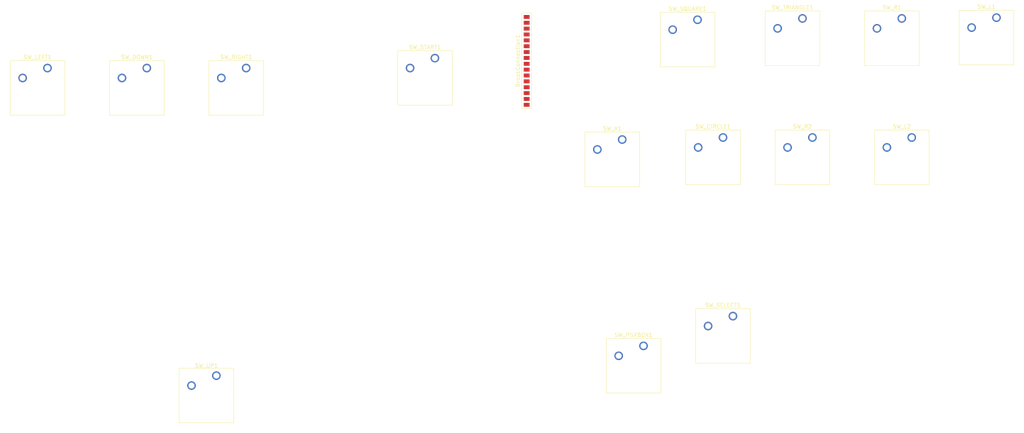
<source format=kicad_pcb>
(kicad_pcb (version 20221018) (generator pcbnew)
  (layers (0 "F.Cu" signal) (31 "B.Cu" signal) (34 "B.Paste" user) (35 "F.Paste" user) (36 "B.SilkS" user "B.Silkscreen") (37 "F.SilkS" user "F.Silkscreen") (38 "B.Mask" user) (39 "F.Mask" user) (44 "Edge.Cuts" user))
  (net 0 "")
  (net 1 "/DWN")
  (net 2 "/UP")
  (net 3 "/LFT")
  (net 4 "/RT")
  (net 5 "/PS")
  (net 6 "/SEL")
  (net 7 "/STA")
  (net 8 "/SQU")
  (net 9 "/TRI")
  (net 10 "/R1")
  (net 11 "/L1")
  (net 12 "/X")
  (net 13 "/CIR")
  (net 14 "/R2")
  (net 15 "/L2")
  (net 16 "GND")
  (footprint "Button_Switch_Keyboard:SW_Cherry_MX_1.00u_PCB" (layer "F.Cu") (at 226.06 33.02)
    (fp_text reference "SW_TRIANGLE1" (at -2.54 -2.794) (layer "F.SilkS"))
    (fp_text value "~")
    (fp_line (start -9.525 -1.905) (end 4.445 -1.905) (stroke (width 0.12)) (layer "F.SilkS"))
    (fp_line (start -9.525 12.065) (end -9.525 -1.905) (stroke (width 0.12)) (layer "F.SilkS"))
    (fp_line (start 4.445 -1.905) (end 4.445 12.065) (stroke (width 0.12)) (layer "F.SilkS"))
    (fp_line (start 4.445 12.065) (end -9.525 12.065) (stroke (width 0.12)) (layer "F.SilkS"))
    (pad "" np_thru_hole circle (at -7.62 5.08) (size 1.7 1.7) (drill 1.7) (layers "*.Cu" "*.Mask"))
    (pad "" np_thru_hole circle (at -2.54 5.08) (size 4 4) (drill 4) (layers "*.Cu" "*.Mask"))
    (pad "" np_thru_hole circle (at 2.54 5.08) (size 1.7 1.7) (drill 1.7) (layers "*.Cu" "*.Mask"))
    (pad "1" thru_hole circle (at 0 0) (size 2.2 2.2) (drill 1.5) (layers "*.Cu" "*.Mask") (net 9 "/TRI"))
    (pad "2" thru_hole circle (at -6.35 2.54) (size 2.2 2.2) (drill 1.5) (layers "*.Cu" "*.Mask") (net 16 "GND"))
  )
  (footprint "Button_Switch_Keyboard:SW_Cherry_MX_1.00u_PCB" (layer "F.Cu") (at 185.42 116.84)
    (fp_text reference "SW_PSXBOX1" (at -2.54 -2.794) (layer "F.SilkS"))
    (fp_text value "~")
    (fp_line (start -9.525 -1.905) (end 4.445 -1.905) (stroke (width 0.12)) (layer "F.SilkS"))
    (fp_line (start -9.525 12.065) (end -9.525 -1.905) (stroke (width 0.12)) (layer "F.SilkS"))
    (fp_line (start 4.445 -1.905) (end 4.445 12.065) (stroke (width 0.12)) (layer "F.SilkS"))
    (fp_line (start 4.445 12.065) (end -9.525 12.065) (stroke (width 0.12)) (layer "F.SilkS"))
    (pad "" np_thru_hole circle (at -7.62 5.08) (size 1.7 1.7) (drill 1.7) (layers "*.Cu" "*.Mask"))
    (pad "" np_thru_hole circle (at -2.54 5.08) (size 4 4) (drill 4) (layers "*.Cu" "*.Mask"))
    (pad "" np_thru_hole circle (at 2.54 5.08) (size 1.7 1.7) (drill 1.7) (layers "*.Cu" "*.Mask"))
    (pad "1" thru_hole circle (at 0 0) (size 2.2 2.2) (drill 1.5) (layers "*.Cu" "*.Mask") (net 5 "/PS"))
    (pad "2" thru_hole circle (at -6.35 2.54) (size 2.2 2.2) (drill 1.5) (layers "*.Cu" "*.Mask") (net 16 "GND"))
  )
  (footprint "Button_Switch_Keyboard:SW_Cherry_MX_1.00u_PCB" (layer "F.Cu") (at 208.28 109.22)
    (fp_text reference "SW_SELECT1" (at -2.54 -2.794) (layer "F.SilkS"))
    (fp_text value "~")
    (fp_line (start -9.525 -1.905) (end 4.445 -1.905) (stroke (width 0.12)) (layer "F.SilkS"))
    (fp_line (start -9.525 12.065) (end -9.525 -1.905) (stroke (width 0.12)) (layer "F.SilkS"))
    (fp_line (start 4.445 -1.905) (end 4.445 12.065) (stroke (width 0.12)) (layer "F.SilkS"))
    (fp_line (start 4.445 12.065) (end -9.525 12.065) (stroke (width 0.12)) (layer "F.SilkS"))
    (pad "" np_thru_hole circle (at -7.62 5.08) (size 1.7 1.7) (drill 1.7) (layers "*.Cu" "*.Mask"))
    (pad "" np_thru_hole circle (at -2.54 5.08) (size 4 4) (drill 4) (layers "*.Cu" "*.Mask"))
    (pad "" np_thru_hole circle (at 2.54 5.08) (size 1.7 1.7) (drill 1.7) (layers "*.Cu" "*.Mask"))
    (pad "1" thru_hole circle (at 0 0) (size 2.2 2.2) (drill 1.5) (layers "*.Cu" "*.Mask") (net 6 "/SEL"))
    (pad "2" thru_hole circle (at -6.35 2.54) (size 2.2 2.2) (drill 1.5) (layers "*.Cu" "*.Mask") (net 16 "GND"))
  )
  (footprint "Button_Switch_Keyboard:SW_Cherry_MX_1.00u_PCB" (layer "F.Cu") (at 199.224 33.359)
    (fp_text reference "SW_SQUARE1" (at -2.54 -2.794) (layer "F.SilkS"))
    (fp_text value "~")
    (fp_line (start -9.525 -1.905) (end 4.445 -1.905) (stroke (width 0.12)) (layer "F.SilkS"))
    (fp_line (start -9.525 12.065) (end -9.525 -1.905) (stroke (width 0.12)) (layer "F.SilkS"))
    (fp_line (start 4.445 -1.905) (end 4.445 12.065) (stroke (width 0.12)) (layer "F.SilkS"))
    (fp_line (start 4.445 12.065) (end -9.525 12.065) (stroke (width 0.12)) (layer "F.SilkS"))
    (pad "" np_thru_hole circle (at -7.62 5.08) (size 1.7 1.7) (drill 1.7) (layers "*.Cu" "*.Mask"))
    (pad "" np_thru_hole circle (at -2.54 5.08) (size 4 4) (drill 4) (layers "*.Cu" "*.Mask"))
    (pad "" np_thru_hole circle (at 2.54 5.08) (size 1.7 1.7) (drill 1.7) (layers "*.Cu" "*.Mask"))
    (pad "1" thru_hole circle (at 0 0) (size 2.2 2.2) (drill 1.5) (layers "*.Cu" "*.Mask") (net 8 "/SQU"))
    (pad "2" thru_hole circle (at -6.35 2.54) (size 2.2 2.2) (drill 1.5) (layers "*.Cu" "*.Mask") (net 16 "GND"))
  )
  (footprint "Button_Switch_Keyboard:SW_Cherry_MX_1.00u_PCB" (layer "F.Cu") (at 251.46 33.02)
    (fp_text reference "SW_R1" (at -2.54 -2.794) (layer "F.SilkS"))
    (fp_text value "~")
    (fp_line (start -9.525 -1.905) (end 4.445 -1.905) (stroke (width 0.12)) (layer "F.SilkS"))
    (fp_line (start -9.525 12.065) (end -9.525 -1.905) (stroke (width 0.12)) (layer "F.SilkS"))
    (fp_line (start 4.445 -1.905) (end 4.445 12.065) (stroke (width 0.12)) (layer "F.SilkS"))
    (fp_line (start 4.445 12.065) (end -9.525 12.065) (stroke (width 0.12)) (layer "F.SilkS"))
    (pad "" np_thru_hole circle (at -7.62 5.08) (size 1.7 1.7) (drill 1.7) (layers "*.Cu" "*.Mask"))
    (pad "" np_thru_hole circle (at -2.54 5.08) (size 4 4) (drill 4) (layers "*.Cu" "*.Mask"))
    (pad "" np_thru_hole circle (at 2.54 5.08) (size 1.7 1.7) (drill 1.7) (layers "*.Cu" "*.Mask"))
    (pad "1" thru_hole circle (at 0 0) (size 2.2 2.2) (drill 1.5) (layers "*.Cu" "*.Mask") (net 10 "/R1"))
    (pad "2" thru_hole circle (at -6.35 2.54) (size 2.2 2.2) (drill 1.5) (layers "*.Cu" "*.Mask") (net 16 "GND"))
  )
  (footprint "Button_Switch_Keyboard:SW_Cherry_MX_1.00u_PCB" (layer "F.Cu") (at 205.74 63.5)
    (fp_text reference "SW_CIRCLE1" (at -2.54 -2.794) (layer "F.SilkS"))
    (fp_text value "~")
    (fp_line (start -9.525 -1.905) (end 4.445 -1.905) (stroke (width 0.12)) (layer "F.SilkS"))
    (fp_line (start -9.525 12.065) (end -9.525 -1.905) (stroke (width 0.12)) (layer "F.SilkS"))
    (fp_line (start 4.445 -1.905) (end 4.445 12.065) (stroke (width 0.12)) (layer "F.SilkS"))
    (fp_line (start 4.445 12.065) (end -9.525 12.065) (stroke (width 0.12)) (layer "F.SilkS"))
    (pad "" np_thru_hole circle (at -7.62 5.08) (size 1.7 1.7) (drill 1.7) (layers "*.Cu" "*.Mask"))
    (pad "" np_thru_hole circle (at -2.54 5.08) (size 4 4) (drill 4) (layers "*.Cu" "*.Mask"))
    (pad "" np_thru_hole circle (at 2.54 5.08) (size 1.7 1.7) (drill 1.7) (layers "*.Cu" "*.Mask"))
    (pad "1" thru_hole circle (at 0 0) (size 2.2 2.2) (drill 1.5) (layers "*.Cu" "*.Mask") (net 13 "/CIR"))
    (pad "2" thru_hole circle (at -6.35 2.54) (size 2.2 2.2) (drill 1.5) (layers "*.Cu" "*.Mask") (net 16 "GND"))
  )
  (footprint "Button_Switch_Keyboard:SW_Cherry_MX_1.00u_PCB" (layer "F.Cu") (at 58.42 45.72)
    (fp_text reference "SW_DOWN1" (at -2.54 -2.794) (layer "F.SilkS"))
    (fp_text value "~")
    (fp_line (start -9.525 -1.905) (end 4.445 -1.905) (stroke (width 0.12)) (layer "F.SilkS"))
    (fp_line (start -9.525 12.065) (end -9.525 -1.905) (stroke (width 0.12)) (layer "F.SilkS"))
    (fp_line (start 4.445 -1.905) (end 4.445 12.065) (stroke (width 0.12)) (layer "F.SilkS"))
    (fp_line (start 4.445 12.065) (end -9.525 12.065) (stroke (width 0.12)) (layer "F.SilkS"))
    (pad "" np_thru_hole circle (at -7.62 5.08) (size 1.7 1.7) (drill 1.7) (layers "*.Cu" "*.Mask"))
    (pad "" np_thru_hole circle (at -2.54 5.08) (size 4 4) (drill 4) (layers "*.Cu" "*.Mask"))
    (pad "" np_thru_hole circle (at 2.54 5.08) (size 1.7 1.7) (drill 1.7) (layers "*.Cu" "*.Mask"))
    (pad "1" thru_hole circle (at 0 0) (size 2.2 2.2) (drill 1.5) (layers "*.Cu" "*.Mask") (net 1 "/DWN"))
    (pad "2" thru_hole circle (at -6.35 2.54) (size 2.2 2.2) (drill 1.5) (layers "*.Cu" "*.Mask") (net 16 "GND"))
  )
  (footprint "Button_Switch_Keyboard:SW_Cherry_MX_1.00u_PCB" (layer "F.Cu") (at 254 63.5)
    (fp_text reference "SW_L2" (at -2.54 -2.794) (layer "F.SilkS"))
    (fp_text value "~")
    (fp_line (start -9.525 -1.905) (end 4.445 -1.905) (stroke (width 0.12)) (layer "F.SilkS"))
    (fp_line (start -9.525 12.065) (end -9.525 -1.905) (stroke (width 0.12)) (layer "F.SilkS"))
    (fp_line (start 4.445 -1.905) (end 4.445 12.065) (stroke (width 0.12)) (layer "F.SilkS"))
    (fp_line (start 4.445 12.065) (end -9.525 12.065) (stroke (width 0.12)) (layer "F.SilkS"))
    (pad "" np_thru_hole circle (at -7.62 5.08) (size 1.7 1.7) (drill 1.7) (layers "*.Cu" "*.Mask"))
    (pad "" np_thru_hole circle (at -2.54 5.08) (size 4 4) (drill 4) (layers "*.Cu" "*.Mask"))
    (pad "" np_thru_hole circle (at 2.54 5.08) (size 1.7 1.7) (drill 1.7) (layers "*.Cu" "*.Mask"))
    (pad "1" thru_hole circle (at 0 0) (size 2.2 2.2) (drill 1.5) (layers "*.Cu" "*.Mask") (net 15 "/L2"))
    (pad "2" thru_hole circle (at -6.35 2.54) (size 2.2 2.2) (drill 1.5) (layers "*.Cu" "*.Mask") (net 16 "GND"))
  )
  (footprint "Button_Switch_Keyboard:SW_Cherry_MX_1.00u_PCB" (layer "F.Cu") (at 83.82 45.72)
    (fp_text reference "SW_RIGHT1" (at -2.54 -2.794) (layer "F.SilkS"))
    (fp_text value "~")
    (fp_line (start -9.525 -1.905) (end 4.445 -1.905) (stroke (width 0.12)) (layer "F.SilkS"))
    (fp_line (start -9.525 12.065) (end -9.525 -1.905) (stroke (width 0.12)) (layer "F.SilkS"))
    (fp_line (start 4.445 -1.905) (end 4.445 12.065) (stroke (width 0.12)) (layer "F.SilkS"))
    (fp_line (start 4.445 12.065) (end -9.525 12.065) (stroke (width 0.12)) (layer "F.SilkS"))
    (pad "" np_thru_hole circle (at -7.62 5.08) (size 1.7 1.7) (drill 1.7) (layers "*.Cu" "*.Mask"))
    (pad "" np_thru_hole circle (at -2.54 5.08) (size 4 4) (drill 4) (layers "*.Cu" "*.Mask"))
    (pad "" np_thru_hole circle (at 2.54 5.08) (size 1.7 1.7) (drill 1.7) (layers "*.Cu" "*.Mask"))
    (pad "1" thru_hole circle (at 0 0) (size 2.2 2.2) (drill 1.5) (layers "*.Cu" "*.Mask") (net 4 "/RT"))
    (pad "2" thru_hole circle (at -6.35 2.54) (size 2.2 2.2) (drill 1.5) (layers "*.Cu" "*.Mask") (net 16 "GND"))
  )
  (footprint "Button_Switch_Keyboard:SW_Cherry_MX_1.00u_PCB" (layer "F.Cu") (at 33.02 45.72)
    (fp_text reference "SW_LEFT1" (at -2.54 -2.794) (layer "F.SilkS"))
    (fp_text value "~")
    (fp_line (start -9.525 -1.905) (end 4.445 -1.905) (stroke (width 0.12)) (layer "F.SilkS"))
    (fp_line (start -9.525 12.065) (end -9.525 -1.905) (stroke (width 0.12)) (layer "F.SilkS"))
    (fp_line (start 4.445 -1.905) (end 4.445 12.065) (stroke (width 0.12)) (layer "F.SilkS"))
    (fp_line (start 4.445 12.065) (end -9.525 12.065) (stroke (width 0.12)) (layer "F.SilkS"))
    (pad "" np_thru_hole circle (at -7.62 5.08) (size 1.7 1.7) (drill 1.7) (layers "*.Cu" "*.Mask"))
    (pad "" np_thru_hole circle (at -2.54 5.08) (size 4 4) (drill 4) (layers "*.Cu" "*.Mask"))
    (pad "" np_thru_hole circle (at 2.54 5.08) (size 1.7 1.7) (drill 1.7) (layers "*.Cu" "*.Mask"))
    (pad "1" thru_hole circle (at 0 0) (size 2.2 2.2) (drill 1.5) (layers "*.Cu" "*.Mask") (net 3 "/LFT"))
    (pad "2" thru_hole circle (at -6.35 2.54) (size 2.2 2.2) (drill 1.5) (layers "*.Cu" "*.Mask") (net 16 "GND"))
  )
  (footprint "Button_Switch_Keyboard:SW_Cherry_MX_1.00u_PCB" (layer "F.Cu") (at 132.08 43.18)
    (fp_text reference "SW_START1" (at -2.54 -2.794) (layer "F.SilkS"))
    (fp_text value "~")
    (fp_line (start -9.525 -1.905) (end 4.445 -1.905) (stroke (width 0.12)) (layer "F.SilkS"))
    (fp_line (start -9.525 12.065) (end -9.525 -1.905) (stroke (width 0.12)) (layer "F.SilkS"))
    (fp_line (start 4.445 -1.905) (end 4.445 12.065) (stroke (width 0.12)) (layer "F.SilkS"))
    (fp_line (start 4.445 12.065) (end -9.525 12.065) (stroke (width 0.12)) (layer "F.SilkS"))
    (pad "" np_thru_hole circle (at -7.62 5.08) (size 1.7 1.7) (drill 1.7) (layers "*.Cu" "*.Mask"))
    (pad "" np_thru_hole circle (at -2.54 5.08) (size 4 4) (drill 4) (layers "*.Cu" "*.Mask"))
    (pad "" np_thru_hole circle (at 2.54 5.08) (size 1.7 1.7) (drill 1.7) (layers "*.Cu" "*.Mask"))
    (pad "1" thru_hole circle (at 0 0) (size 2.2 2.2) (drill 1.5) (layers "*.Cu" "*.Mask") (net 7 "/STA"))
    (pad "2" thru_hole circle (at -6.35 2.54) (size 2.2 2.2) (drill 1.5) (layers "*.Cu" "*.Mask") (net 16 "GND"))
  )
  (footprint "Button_Switch_Keyboard:SW_Cherry_MX_1.00u_PCB" (layer "F.Cu") (at 228.6 63.5)
    (fp_text reference "SW_R2" (at -2.54 -2.794) (layer "F.SilkS"))
    (fp_text value "~")
    (fp_line (start -9.525 -1.905) (end 4.445 -1.905) (stroke (width 0.12)) (layer "F.SilkS"))
    (fp_line (start -9.525 12.065) (end -9.525 -1.905) (stroke (width 0.12)) (layer "F.SilkS"))
    (fp_line (start 4.445 -1.905) (end 4.445 12.065) (stroke (width 0.12)) (layer "F.SilkS"))
    (fp_line (start 4.445 12.065) (end -9.525 12.065) (stroke (width 0.12)) (layer "F.SilkS"))
    (pad "" np_thru_hole circle (at -7.62 5.08) (size 1.7 1.7) (drill 1.7) (layers "*.Cu" "*.Mask"))
    (pad "" np_thru_hole circle (at -2.54 5.08) (size 4 4) (drill 4) (layers "*.Cu" "*.Mask"))
    (pad "" np_thru_hole circle (at 2.54 5.08) (size 1.7 1.7) (drill 1.7) (layers "*.Cu" "*.Mask"))
    (pad "1" thru_hole circle (at 0 0) (size 2.2 2.2) (drill 1.5) (layers "*.Cu" "*.Mask") (net 14 "/R2"))
    (pad "2" thru_hole circle (at -6.35 2.54) (size 2.2 2.2) (drill 1.5) (layers "*.Cu" "*.Mask") (net 16 "GND"))
  )
  (footprint "Button_Switch_Keyboard:SW_Cherry_MX_1.00u_PCB" (layer "F.Cu") (at 179.965 64.022)
    (fp_text reference "SW_X1" (at -2.54 -2.794) (layer "F.SilkS"))
    (fp_text value "~")
    (fp_line (start -9.525 -1.905) (end 4.445 -1.905) (stroke (width 0.12)) (layer "F.SilkS"))
    (fp_line (start -9.525 12.065) (end -9.525 -1.905) (stroke (width 0.12)) (layer "F.SilkS"))
    (fp_line (start 4.445 -1.905) (end 4.445 12.065) (stroke (width 0.12)) (layer "F.SilkS"))
    (fp_line (start 4.445 12.065) (end -9.525 12.065) (stroke (width 0.12)) (layer "F.SilkS"))
    (pad "" np_thru_hole circle (at -7.62 5.08) (size 1.7 1.7) (drill 1.7) (layers "*.Cu" "*.Mask"))
    (pad "" np_thru_hole circle (at -2.54 5.08) (size 4 4) (drill 4) (layers "*.Cu" "*.Mask"))
    (pad "" np_thru_hole circle (at 2.54 5.08) (size 1.7 1.7) (drill 1.7) (layers "*.Cu" "*.Mask"))
    (pad "1" thru_hole circle (at 0 0) (size 2.2 2.2) (drill 1.5) (layers "*.Cu" "*.Mask") (net 12 "/X"))
    (pad "2" thru_hole circle (at -6.35 2.54) (size 2.2 2.2) (drill 1.5) (layers "*.Cu" "*.Mask") (net 16 "GND"))
  )
  (footprint "BrookHitboxFootprints:BrookConn16" (layer "F.Cu") (at 155.54 43.879 -90)
    (fp_text reference "BrookConnection1" (at 0 2.25 90) (layer "F.SilkS"))
    (fp_text value "~")
    (fp_line (start -12.25 -1.25) (end 12.25 -1.25) (stroke (width 0.12)) (layer "F.SilkS"))
    (fp_line (start -12.25 1.25) (end -12.25 -1.2) (stroke (width 0.12)) (layer "F.SilkS"))
    (fp_line (start -11.28 1.26) (end -11.33 1.26) (stroke (width 0.1)) (layer "F.SilkS"))
    (fp_line (start 12.25 -1.25) (end 12.25 1.25) (stroke (width 0.12)) (layer "F.SilkS"))
    (fp_line (start 12.25 1.25) (end -12.25 1.25) (stroke (width 0.12)) (layer "F.SilkS"))
    (pad "1" smd rect (at -11.25 0 270) (size 1 1.5) (layers "F.Cu" "F.Paste" "F.Mask") (net 1 "/DWN"))
    (pad "2" smd rect (at -9.75 0 270) (size 1 1.5) (layers "F.Cu" "F.Paste" "F.Mask") (net 2 "/UP"))
    (pad "3" smd rect (at -8.25 0 270) (size 1 1.5) (layers "F.Cu" "F.Paste" "F.Mask") (net 3 "/LFT"))
    (pad "4" smd rect (at -6.75 0 270) (size 1 1.5) (layers "F.Cu" "F.Paste" "F.Mask") (net 4 "/RT"))
    (pad "5" smd rect (at -5.25 0 270) (size 1 1.5) (layers "F.Cu" "F.Paste" "F.Mask") (net 5 "/PS"))
    (pad "6" smd rect (at -3.75 0 270) (size 1 1.5) (layers "F.Cu" "F.Paste" "F.Mask") (net 6 "/SEL"))
    (pad "7" smd rect (at -2.25 0 270) (size 1 1.5) (layers "F.Cu" "F.Paste" "F.Mask") (net 7 "/STA"))
    (pad "8" smd rect (at -0.75 0 270) (size 1 1.5) (layers "F.Cu" "F.Paste" "F.Mask") (net 8 "/SQU"))
    (pad "9" smd rect (at 0.75 0 270) (size 1 1.5) (layers "F.Cu" "F.Paste" "F.Mask") (net 9 "/TRI"))
    (pad "10" smd rect (at 2.25 0 270) (size 1 1.5) (layers "F.Cu" "F.Paste" "F.Mask") (net 10 "/R1"))
    (pad "11" smd rect (at 3.75 0 270) (size 1 1.5) (layers "F.Cu" "F.Paste" "F.Mask") (net 11 "/L1"))
    (pad "12" smd rect (at 5.25 0 270) (size 1 1.5) (layers "F.Cu" "F.Paste" "F.Mask") (net 12 "/X"))
    (pad "13" smd rect (at 6.75 0 270) (size 1 1.5) (layers "F.Cu" "F.Paste" "F.Mask") (net 13 "/CIR"))
    (pad "14" smd rect (at 8.25 0 270) (size 1 1.5) (layers "F.Cu" "F.Paste" "F.Mask") (net 14 "/R2"))
    (pad "15" smd rect (at 9.75 0 270) (size 1 1.5) (layers "F.Cu" "F.Paste" "F.Mask") (net 15 "/L2"))
    (pad "16" smd rect (at 11.25 0 270) (size 1 1.5) (layers "F.Cu" "F.Paste" "F.Mask") (net 16 "GND"))
  )
  (footprint "Button_Switch_Keyboard:SW_Cherry_MX_1.00u_PCB" (layer "F.Cu") (at 275.664 32.82)
    (fp_text reference "SW_L1" (at -2.54 -2.794) (layer "F.SilkS"))
    (fp_text value "~")
    (fp_line (start -9.525 -1.905) (end 4.445 -1.905) (stroke (width 0.12)) (layer "F.SilkS"))
    (fp_line (start -9.525 12.065) (end -9.525 -1.905) (stroke (width 0.12)) (layer "F.SilkS"))
    (fp_line (start 4.445 -1.905) (end 4.445 12.065) (stroke (width 0.12)) (layer "F.SilkS"))
    (fp_line (start 4.445 12.065) (end -9.525 12.065) (stroke (width 0.12)) (layer "F.SilkS"))
    (pad "" np_thru_hole circle (at -7.62 5.08) (size 1.7 1.7) (drill 1.7) (layers "*.Cu" "*.Mask"))
    (pad "" np_thru_hole circle (at -2.54 5.08) (size 4 4) (drill 4) (layers "*.Cu" "*.Mask"))
    (pad "" np_thru_hole circle (at 2.54 5.08) (size 1.7 1.7) (drill 1.7) (layers "*.Cu" "*.Mask"))
    (pad "1" thru_hole circle (at 0 0) (size 2.2 2.2) (drill 1.5) (layers "*.Cu" "*.Mask") (net 11 "/L1"))
    (pad "2" thru_hole circle (at -6.35 2.54) (size 2.2 2.2) (drill 1.5) (layers "*.Cu" "*.Mask") (net 16 "GND"))
  )
  (footprint "Button_Switch_Keyboard:SW_Cherry_MX_1.00u_PCB" (layer "F.Cu") (at 76.2 124.46)
    (fp_text reference "SW_UP1" (at -2.54 -2.54) (layer "F.SilkS"))
    (fp_text value "~")
    (fp_line (start -9.525 -1.905) (end 4.445 -1.905) (stroke (width 0.12)) (layer "F.SilkS"))
    (fp_line (start -9.525 12.065) (end -9.525 -1.905) (stroke (width 0.12)) (layer "F.SilkS"))
    (fp_line (start 4.445 -1.905) (end 4.445 12.065) (stroke (width 0.12)) (layer "F.SilkS"))
    (fp_line (start 4.445 12.065) (end -9.525 12.065) (stroke (width 0.12)) (layer "F.SilkS"))
    (pad "" np_thru_hole circle (at -7.62 5.08) (size 1.7 1.7) (drill 1.7) (layers "*.Cu" "*.Mask"))
    (pad "" np_thru_hole circle (at -2.54 5.08) (size 4 4) (drill 4) (layers "*.Cu" "*.Mask"))
    (pad "" np_thru_hole circle (at 2.54 5.08) (size 1.7 1.7) (drill 1.7) (layers "*.Cu" "*.Mask"))
    (pad "1" thru_hole circle (at 0 0) (size 2.2 2.2) (drill 1.5) (layers "*.Cu" "*.Mask") (net 2 "/UP"))
    (pad "2" thru_hole circle (at -6.35 2.54) (size 2.2 2.2) (drill 1.5) (layers "*.Cu" "*.Mask") (net 16 "GND"))
  )
)
</source>
